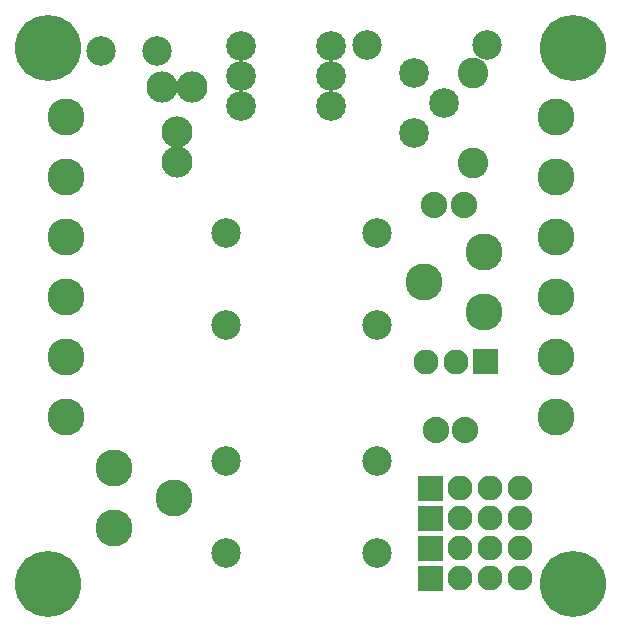
<source format=gbr>
%FSLAX34Y34*%
%MOMM*%
%LNSOLDERMASK_BOTTOM*%
G71*
G01*
%ADD10C, 3.14*%
%ADD11C, 2.51*%
%ADD12C, 2.64*%
%ADD13C, 3.14*%
%ADD14C, 2.50*%
%ADD15C, 5.60*%
%ADD16C, 2.60*%
%ADD17C, 2.12*%
%ADD18C, 2.24*%
%ADD19C, 2.50*%
%LPD*%
X43477Y-87192D02*
G54D10*
D03*
X43477Y-137992D02*
G54D10*
D03*
X43477Y-188792D02*
G54D10*
D03*
X43477Y-239592D02*
G54D10*
D03*
X458546Y-137804D02*
G54D10*
D03*
X458546Y-87004D02*
G54D10*
D03*
X43477Y-290392D02*
G54D10*
D03*
X43477Y-341192D02*
G54D10*
D03*
X458546Y-239404D02*
G54D10*
D03*
X458546Y-188604D02*
G54D10*
D03*
X458546Y-341004D02*
G54D10*
D03*
X458546Y-290204D02*
G54D10*
D03*
X268249Y-27150D02*
G54D11*
D03*
X268249Y-52550D02*
G54D11*
D03*
X192049Y-27150D02*
G54D11*
D03*
X192049Y-52550D02*
G54D11*
D03*
X192049Y-77950D02*
G54D11*
D03*
X268249Y-77950D02*
G54D11*
D03*
X150717Y-61542D02*
G54D12*
D03*
X125317Y-61542D02*
G54D12*
D03*
X138196Y-99804D02*
G54D12*
D03*
X138196Y-125204D02*
G54D12*
D03*
X338875Y-50046D02*
G54D11*
D03*
X338875Y-100846D02*
G54D11*
D03*
X364275Y-75446D02*
G54D11*
D03*
X398015Y-252771D02*
G54D13*
D03*
X398015Y-201971D02*
G54D13*
D03*
X347215Y-227371D02*
G54D13*
D03*
X84869Y-384050D02*
G54D13*
D03*
X84869Y-434850D02*
G54D13*
D03*
X135669Y-409450D02*
G54D13*
D03*
X399937Y-26081D02*
G54D14*
D03*
X298337Y-26081D02*
G54D14*
D03*
X28471Y-28516D02*
G54D15*
D03*
X120675Y-31787D02*
G54D14*
D03*
X73050Y-31787D02*
G54D14*
D03*
X472971Y-28516D02*
G54D15*
D03*
X472971Y-482541D02*
G54D15*
D03*
X28471Y-482541D02*
G54D15*
D03*
X388144Y-50006D02*
G54D16*
D03*
X388144Y-126206D02*
G54D16*
D03*
G36*
X409856Y-305082D02*
X388656Y-305082D01*
X388656Y-283882D01*
X409856Y-283882D01*
X409856Y-305082D01*
G37*
X373856Y-294482D02*
G54D17*
D03*
X348456Y-294482D02*
G54D17*
D03*
X355509Y-161926D02*
G54D18*
D03*
X380409Y-161926D02*
G54D18*
D03*
X357097Y-352426D02*
G54D18*
D03*
X381997Y-352426D02*
G54D18*
D03*
G36*
X341825Y-391038D02*
X363025Y-391038D01*
X363025Y-412238D01*
X341825Y-412238D01*
X341825Y-391038D01*
G37*
X377825Y-401638D02*
G54D17*
D03*
X403225Y-401638D02*
G54D17*
D03*
X428625Y-401638D02*
G54D17*
D03*
G36*
X341825Y-416438D02*
X363025Y-416438D01*
X363025Y-437638D01*
X341825Y-437638D01*
X341825Y-416438D01*
G37*
X377825Y-427038D02*
G54D17*
D03*
X403225Y-427038D02*
G54D17*
D03*
X428625Y-427038D02*
G54D17*
D03*
G36*
X341825Y-441838D02*
X363025Y-441838D01*
X363025Y-463038D01*
X341825Y-463038D01*
X341825Y-441838D01*
G37*
X377825Y-452438D02*
G54D17*
D03*
X403225Y-452438D02*
G54D17*
D03*
X428625Y-452438D02*
G54D17*
D03*
G36*
X341825Y-467238D02*
X363025Y-467238D01*
X363025Y-488438D01*
X341825Y-488438D01*
X341825Y-467238D01*
G37*
X377825Y-477838D02*
G54D17*
D03*
X403225Y-477838D02*
G54D17*
D03*
X428625Y-477838D02*
G54D17*
D03*
X179492Y-263165D02*
G54D19*
D03*
X179492Y-185783D02*
G54D19*
D03*
X307286Y-263165D02*
G54D19*
D03*
X307286Y-185784D02*
G54D19*
D03*
X179492Y-456046D02*
G54D19*
D03*
X179492Y-378665D02*
G54D19*
D03*
X307286Y-456046D02*
G54D19*
D03*
X307286Y-378665D02*
G54D19*
D03*
M02*

</source>
